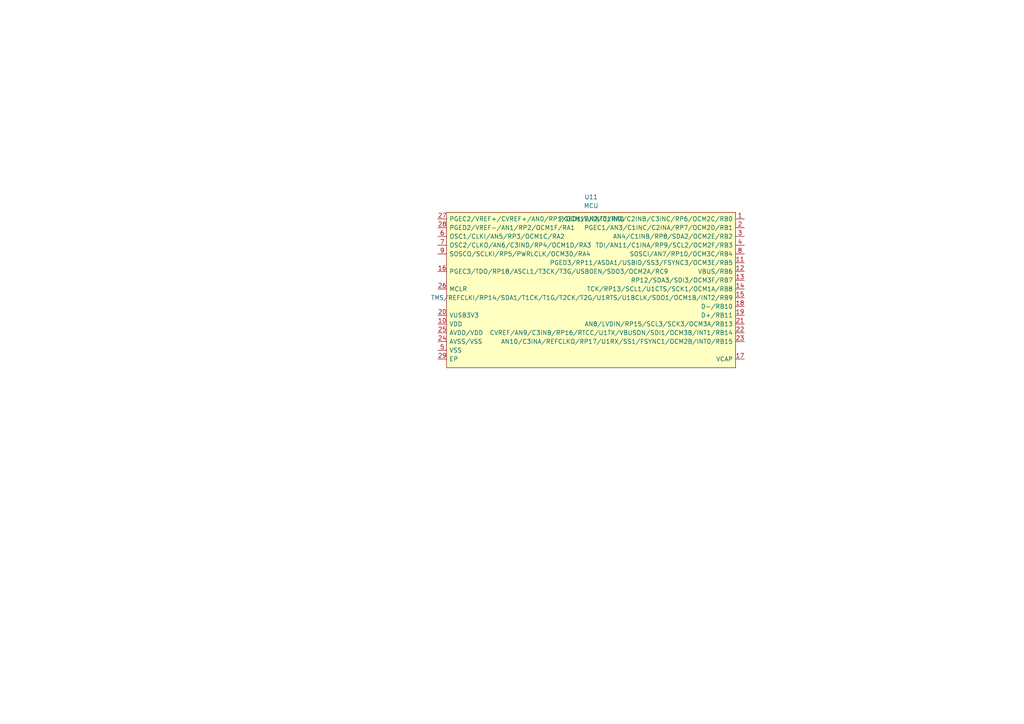
<source format=kicad_sch>
(kicad_sch (version 20231120) (generator "eeschema") (generator_version "8.0")
  (paper "A4")
  (title_block (title "THREE-PHASE MOTOR DRIVER") (date "2024-10-20") (rev "0.0") (company "SAMPI DEVELOPMENT KITS"))
  (lib_symbols
    (symbol "Liem:PIC32MM0256GPM028-I_M6" (pin_names (offset 0.762))
      (property "Reference" "U" (at 6.35 6.985 0))
      (property "Value" "MCU" (at 6.985 5.08 0))
      (symbol "PIC32MM0256GPM028-I_M6_0_0"
        (pin bidirectional line (at 91.44 1.905 180) (length 2.54) (name "PGED1/AN2/C1IND/C2INB/C3INC/RP6/OCM2C/RB0") (number "1"))
        (pin power_in line (at 2.54 -28.575 0) (length 2.54) (name "VDD") (number "10"))
        (pin bidirectional line (at 91.44 -10.795 180) (length 2.54) (name "PGED3/RP11/ASDA1/USBID/SS3/FSYNC3/OCM3E/RB5") (number "11"))
        (pin bidirectional line (at 91.44 -13.335 180) (length 2.54) (name "VBUS/RB6") (number "12"))
        (pin bidirectional line (at 91.44 -15.875 180) (length 2.54) (name "RP12/SDA3/SDI3/OCM3F/RB7") (number "13"))
        (pin bidirectional line (at 91.44 -18.415 180) (length 2.54) (name "TCK/RP13/SCL1/U1CTS/SCK1/OCM1A/RB8") (number "14"))
        (pin bidirectional line (at 91.44 -20.955 180) (length 2.54) (name "TMS/REFCLKI/RP14/SDA1/T1CK/T1G/T2CK/T2G/U1RTS/U1BCLK/SDO1/OCM1B/INT2/RB9") (number "15"))
        (pin bidirectional line (at 2.54 -13.335 0) (length 2.54) (name "PGEC3/TDO/RP18/ASCL1/T3CK/T3G/USBOEN/SDO3/OCM2A/RC9") (number "16"))
        (pin passive line (at 91.44 -38.735 180) (length 2.54) (name "VCAP") (number "17"))
        (pin bidirectional line (at 91.44 -23.495 180) (length 2.54) (name "D-/RB10") (number "18"))
        (pin bidirectional line (at 91.44 -26.035 180) (length 2.54) (name "D+/RB11") (number "19"))
        (pin bidirectional line (at 91.44 -0.635 180) (length 2.54) (name "PGEC1/AN3/C1INC/C2INA/RP7/OCM2D/RB1") (number "2"))
        (pin power_in line (at 2.54 -26.035 0) (length 2.54) (name "VUSB3V3") (number "20"))
        (pin bidirectional line (at 91.44 -28.575 180) (length 2.54) (name "AN8/LVDIN/RP15/SCL3/SCK3/OCM3A/RB13") (number "21"))
        (pin bidirectional line (at 91.44 -31.115 180) (length 2.54) (name "CVREF/AN9/C3INB/RP16/RTCC/U1TX/VBUSON/SDI1/OCM3B/INT1/RB14") (number "22"))
        (pin bidirectional line (at 91.44 -33.655 180) (length 2.54) (name "AN10/C3INA/REFCLKO/RP17/U1RX/SS1/FSYNC1/OCM2B/INT0/RB15") (number "23"))
        (pin passive line (at 2.54 -33.655 0) (length 2.54) (name "AVSS/VSS") (number "24"))
        (pin power_in line (at 2.54 -31.115 0) (length 2.54) (name "AVDD/VDD") (number "25"))
        (pin input line (at 2.54 -18.415 0) (length 2.54) (name "MCLR") (number "26"))
        (pin bidirectional line (at 2.54 1.905 0) (length 2.54) (name "PGEC2/VREF+/CVREF+/AN0/RP1/OCM1E/INT3/RA0") (number "27"))
        (pin bidirectional line (at 2.54 -0.635 0) (length 2.54) (name "PGED2/VREF-/AN1/RP2/OCM1F/RA1") (number "28"))
        (pin passive line (at 2.54 -38.735 0) (length 2.54) (name "EP") (number "29"))
        (pin bidirectional line (at 91.44 -3.175 180) (length 2.54) (name "AN4/C1INB/RP8/SDA2/OCM2E/RB2") (number "3"))
        (pin bidirectional line (at 91.44 -5.715 180) (length 2.54) (name "TDI/AN11/C1INA/RP9/SCL2/OCM2F/RB3") (number "4"))
        (pin passive line (at 2.54 -36.195 0) (length 2.54) (name "VSS") (number "5"))
        (pin bidirectional line (at 2.54 -3.175 0) (length 2.54) (name "OSC1/CLKI/AN5/RP3/OCM1C/RA2") (number "6"))
        (pin bidirectional line (at 2.54 -5.715 0) (length 2.54) (name "OSC2/CLKO/AN6/C3IND/RP4/OCM1D/RA3") (number "7"))
        (pin bidirectional line (at 91.44 -8.255 180) (length 2.54) (name "SOSCI/AN7/RP10/OCM3C/RB4") (number "8"))
        (pin bidirectional line (at 2.54 -8.255 0) (length 2.54) (name "SOSCO/SCLKI/RP5/PWRLCLK/OCM3D/RA4") (number "9"))
      )
      (symbol "PIC32MM0256GPM028-I_M6_0_1"
        (rectangle (start 5.08 3.81) (end 88.9 -41.275) (fill (type background)))
      )
      (symbol "PIC32MM0256GPM028-I_M6_1_0"
        (pin no_connect line (at 2.54 -22.225 0) (length 2.54) hide (name "NC") (number "0"))
      )
    )
  )
  (symbol (lib_id "Liem:PIC32MM0256GPM028-I_M6") (at 124.46 65.405 0) (unit 1)
    (property "Reference" "U11" (at 171.45 57.15 0))
    (property "Value" "MCU" (at 171.45 59.69 0))
    (property "Footprint" "Liem:UQFN28-4x4-EP" (effects (hide yes)))
    (property "Description" "IC MCU 32BIT 64KB FLASH 28UQFN 4x4x0.4PITCH" (effects (hide yes)))
    (property "MNP" "PIC32MM0064GPM028-E/M6" (effects (hide yes)))
    (property "MFT" "Microchip Technology" (effects (hide yes)))
  )
)
</source>
